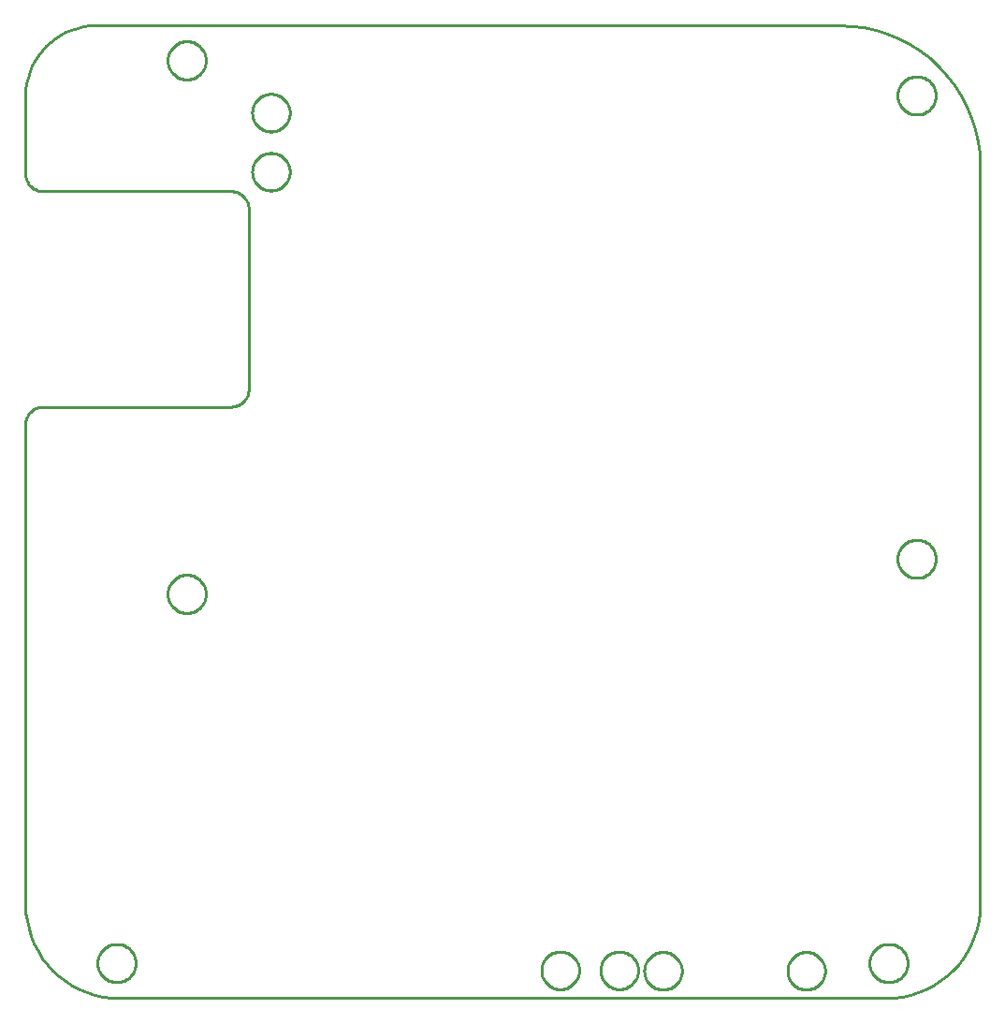
<source format=gbr>
G04 EAGLE Gerber RS-274X export*
G75*
%MOMM*%
%FSLAX34Y34*%
%LPD*%
%IN*%
%IPPOS*%
%AMOC8*
5,1,8,0,0,1.08239X$1,22.5*%
G01*
%ADD10C,0.254000*%


D10*
X2071Y98141D02*
X2395Y90733D01*
X3363Y83381D01*
X4968Y76142D01*
X7198Y69070D01*
X10035Y62219D01*
X13459Y55641D01*
X17444Y49387D01*
X21958Y43504D01*
X26967Y38037D01*
X32434Y33028D01*
X38317Y28513D01*
X44571Y24529D01*
X51149Y21105D01*
X58000Y18268D01*
X65072Y16038D01*
X72311Y14433D01*
X79663Y13465D01*
X87071Y13141D01*
X780671Y13141D01*
X788080Y13465D01*
X795432Y14433D01*
X802671Y16038D01*
X809743Y18268D01*
X816594Y21105D01*
X823171Y24529D01*
X829425Y28513D01*
X835308Y33028D01*
X840776Y38037D01*
X845785Y43504D01*
X850299Y49387D01*
X854284Y55641D01*
X857708Y62219D01*
X860545Y69070D01*
X862775Y76142D01*
X864380Y83381D01*
X865348Y90733D01*
X865671Y98141D01*
X865671Y766141D01*
X865188Y777210D01*
X863742Y788195D01*
X861344Y799011D01*
X858012Y809578D01*
X853773Y819814D01*
X848657Y829641D01*
X842704Y838986D01*
X835959Y847775D01*
X828474Y855944D01*
X820305Y863429D01*
X811516Y870174D01*
X802171Y876127D01*
X792344Y881243D01*
X782108Y885482D01*
X771541Y888814D01*
X760725Y891212D01*
X749740Y892658D01*
X738671Y893141D01*
X65571Y893141D01*
X60037Y892900D01*
X54545Y892177D01*
X49136Y890978D01*
X43853Y889312D01*
X38735Y887192D01*
X33821Y884634D01*
X29149Y881658D01*
X24754Y878285D01*
X20670Y874543D01*
X16928Y870458D01*
X13555Y866064D01*
X10579Y861391D01*
X8021Y856478D01*
X5901Y851360D01*
X4235Y846076D01*
X3036Y840668D01*
X2313Y835176D01*
X2071Y829641D01*
X2071Y759016D01*
X2132Y757633D01*
X2313Y756260D01*
X2612Y754908D01*
X3029Y753587D01*
X3559Y752307D01*
X4198Y751079D01*
X4942Y749911D01*
X5785Y748812D01*
X6721Y747791D01*
X7742Y746855D01*
X8841Y746012D01*
X10009Y745268D01*
X11237Y744629D01*
X12517Y744099D01*
X13838Y743682D01*
X15190Y743383D01*
X16563Y743202D01*
X17946Y743141D01*
X188196Y743141D01*
X189580Y743081D01*
X190953Y742900D01*
X192305Y742600D01*
X193626Y742184D01*
X194905Y741654D01*
X196134Y741015D01*
X197302Y740270D01*
X198401Y739427D01*
X199422Y738492D01*
X200357Y737471D01*
X201200Y736372D01*
X201945Y735204D01*
X202584Y733975D01*
X203114Y732696D01*
X203530Y731375D01*
X203830Y730023D01*
X204011Y728650D01*
X204071Y727266D01*
X204071Y564016D01*
X204011Y562633D01*
X203830Y561260D01*
X203530Y559908D01*
X203114Y558587D01*
X202584Y557307D01*
X201945Y556079D01*
X201200Y554911D01*
X200357Y553812D01*
X199422Y552791D01*
X198401Y551855D01*
X197302Y551012D01*
X196134Y550268D01*
X194905Y549629D01*
X193626Y549099D01*
X192305Y548682D01*
X190953Y548383D01*
X189580Y548202D01*
X188196Y548141D01*
X17946Y548141D01*
X16563Y548081D01*
X15190Y547900D01*
X13838Y547600D01*
X12517Y547184D01*
X11237Y546654D01*
X10009Y546015D01*
X8841Y545270D01*
X7742Y544427D01*
X6721Y543492D01*
X5785Y542471D01*
X4942Y541372D01*
X4198Y540204D01*
X3559Y538975D01*
X3029Y537696D01*
X2612Y536375D01*
X2313Y535023D01*
X2132Y533650D01*
X2071Y532266D01*
X2071Y98141D01*
X165393Y860826D02*
X165393Y861957D01*
X165319Y863085D01*
X165172Y864206D01*
X164951Y865316D01*
X164659Y866408D01*
X164295Y867479D01*
X163862Y868524D01*
X163362Y869538D01*
X162797Y870517D01*
X162168Y871457D01*
X161480Y872355D01*
X160734Y873205D01*
X159935Y874004D01*
X159085Y874750D01*
X158187Y875438D01*
X157247Y876067D01*
X156268Y876632D01*
X155254Y877132D01*
X154209Y877565D01*
X153138Y877929D01*
X152046Y878221D01*
X150936Y878442D01*
X149815Y878589D01*
X148687Y878663D01*
X147556Y878663D01*
X146428Y878589D01*
X145306Y878442D01*
X144197Y878221D01*
X143105Y877929D01*
X142034Y877565D01*
X140989Y877132D01*
X139975Y876632D01*
X138996Y876067D01*
X138055Y875438D01*
X137158Y874750D01*
X136308Y874004D01*
X135508Y873205D01*
X134763Y872355D01*
X134074Y871457D01*
X133446Y870517D01*
X132881Y869538D01*
X132381Y868524D01*
X131948Y867479D01*
X131584Y866408D01*
X131292Y865316D01*
X131071Y864206D01*
X130923Y863085D01*
X130849Y861957D01*
X130849Y860826D01*
X130923Y859698D01*
X131071Y858576D01*
X131292Y857467D01*
X131584Y856375D01*
X131948Y855304D01*
X132381Y854259D01*
X132881Y853245D01*
X133446Y852266D01*
X134074Y851325D01*
X134763Y850428D01*
X135508Y849578D01*
X136308Y848778D01*
X137158Y848033D01*
X138055Y847344D01*
X138996Y846716D01*
X139975Y846151D01*
X140989Y845651D01*
X142034Y845218D01*
X143105Y844854D01*
X144197Y844562D01*
X145306Y844341D01*
X146428Y844193D01*
X147556Y844119D01*
X148687Y844119D01*
X149815Y844193D01*
X150936Y844341D01*
X152046Y844562D01*
X153138Y844854D01*
X154209Y845218D01*
X155254Y845651D01*
X156268Y846151D01*
X157247Y846716D01*
X158187Y847344D01*
X159085Y848033D01*
X159935Y848778D01*
X160734Y849578D01*
X161480Y850428D01*
X162168Y851325D01*
X162797Y852266D01*
X163362Y853245D01*
X163862Y854259D01*
X164295Y855304D01*
X164659Y856375D01*
X164951Y857467D01*
X165172Y858576D01*
X165319Y859698D01*
X165393Y860826D01*
X825793Y829076D02*
X825793Y830207D01*
X825719Y831335D01*
X825572Y832456D01*
X825351Y833566D01*
X825059Y834658D01*
X824695Y835729D01*
X824262Y836774D01*
X823762Y837788D01*
X823197Y838767D01*
X822568Y839707D01*
X821880Y840605D01*
X821134Y841455D01*
X820335Y842254D01*
X819485Y843000D01*
X818587Y843688D01*
X817647Y844317D01*
X816668Y844882D01*
X815654Y845382D01*
X814609Y845815D01*
X813538Y846179D01*
X812446Y846471D01*
X811336Y846692D01*
X810215Y846839D01*
X809087Y846913D01*
X807956Y846913D01*
X806828Y846839D01*
X805706Y846692D01*
X804597Y846471D01*
X803505Y846179D01*
X802434Y845815D01*
X801389Y845382D01*
X800375Y844882D01*
X799396Y844317D01*
X798455Y843688D01*
X797558Y843000D01*
X796708Y842254D01*
X795908Y841455D01*
X795163Y840605D01*
X794474Y839707D01*
X793846Y838767D01*
X793281Y837788D01*
X792781Y836774D01*
X792348Y835729D01*
X791984Y834658D01*
X791692Y833566D01*
X791471Y832456D01*
X791323Y831335D01*
X791249Y830207D01*
X791249Y829076D01*
X791323Y827948D01*
X791471Y826826D01*
X791692Y825717D01*
X791984Y824625D01*
X792348Y823554D01*
X792781Y822509D01*
X793281Y821495D01*
X793846Y820516D01*
X794474Y819575D01*
X795163Y818678D01*
X795908Y817828D01*
X796708Y817028D01*
X797558Y816283D01*
X798455Y815594D01*
X799396Y814966D01*
X800375Y814401D01*
X801389Y813901D01*
X802434Y813468D01*
X803505Y813104D01*
X804597Y812812D01*
X805706Y812591D01*
X806828Y812443D01*
X807956Y812369D01*
X809087Y812369D01*
X810215Y812443D01*
X811336Y812591D01*
X812446Y812812D01*
X813538Y813104D01*
X814609Y813468D01*
X815654Y813901D01*
X816668Y814401D01*
X817647Y814966D01*
X818587Y815594D01*
X819485Y816283D01*
X820335Y817028D01*
X821134Y817828D01*
X821880Y818678D01*
X822568Y819575D01*
X823197Y820516D01*
X823762Y821495D01*
X824262Y822509D01*
X824695Y823554D01*
X825059Y824625D01*
X825351Y825717D01*
X825572Y826826D01*
X825719Y827948D01*
X825793Y829076D01*
X825793Y409976D02*
X825793Y411107D01*
X825719Y412235D01*
X825572Y413356D01*
X825351Y414466D01*
X825059Y415558D01*
X824695Y416629D01*
X824262Y417674D01*
X823762Y418688D01*
X823197Y419667D01*
X822568Y420607D01*
X821880Y421505D01*
X821134Y422355D01*
X820335Y423154D01*
X819485Y423900D01*
X818587Y424588D01*
X817647Y425217D01*
X816668Y425782D01*
X815654Y426282D01*
X814609Y426715D01*
X813538Y427079D01*
X812446Y427371D01*
X811336Y427592D01*
X810215Y427739D01*
X809087Y427813D01*
X807956Y427813D01*
X806828Y427739D01*
X805706Y427592D01*
X804597Y427371D01*
X803505Y427079D01*
X802434Y426715D01*
X801389Y426282D01*
X800375Y425782D01*
X799396Y425217D01*
X798455Y424588D01*
X797558Y423900D01*
X796708Y423154D01*
X795908Y422355D01*
X795163Y421505D01*
X794474Y420607D01*
X793846Y419667D01*
X793281Y418688D01*
X792781Y417674D01*
X792348Y416629D01*
X791984Y415558D01*
X791692Y414466D01*
X791471Y413356D01*
X791323Y412235D01*
X791249Y411107D01*
X791249Y409976D01*
X791323Y408848D01*
X791471Y407726D01*
X791692Y406617D01*
X791984Y405525D01*
X792348Y404454D01*
X792781Y403409D01*
X793281Y402395D01*
X793846Y401416D01*
X794474Y400475D01*
X795163Y399578D01*
X795908Y398728D01*
X796708Y397928D01*
X797558Y397183D01*
X798455Y396494D01*
X799396Y395866D01*
X800375Y395301D01*
X801389Y394801D01*
X802434Y394368D01*
X803505Y394004D01*
X804597Y393712D01*
X805706Y393491D01*
X806828Y393343D01*
X807956Y393269D01*
X809087Y393269D01*
X810215Y393343D01*
X811336Y393491D01*
X812446Y393712D01*
X813538Y394004D01*
X814609Y394368D01*
X815654Y394801D01*
X816668Y395301D01*
X817647Y395866D01*
X818587Y396494D01*
X819485Y397183D01*
X820335Y397928D01*
X821134Y398728D01*
X821880Y399578D01*
X822568Y400475D01*
X823197Y401416D01*
X823762Y402395D01*
X824262Y403409D01*
X824695Y404454D01*
X825059Y405525D01*
X825351Y406617D01*
X825572Y407726D01*
X825719Y408848D01*
X825793Y409976D01*
X165393Y378226D02*
X165393Y379357D01*
X165319Y380485D01*
X165172Y381606D01*
X164951Y382716D01*
X164659Y383808D01*
X164295Y384879D01*
X163862Y385924D01*
X163362Y386938D01*
X162797Y387917D01*
X162168Y388857D01*
X161480Y389755D01*
X160734Y390605D01*
X159935Y391404D01*
X159085Y392150D01*
X158187Y392838D01*
X157247Y393467D01*
X156268Y394032D01*
X155254Y394532D01*
X154209Y394965D01*
X153138Y395329D01*
X152046Y395621D01*
X150936Y395842D01*
X149815Y395989D01*
X148687Y396063D01*
X147556Y396063D01*
X146428Y395989D01*
X145306Y395842D01*
X144197Y395621D01*
X143105Y395329D01*
X142034Y394965D01*
X140989Y394532D01*
X139975Y394032D01*
X138996Y393467D01*
X138055Y392838D01*
X137158Y392150D01*
X136308Y391404D01*
X135508Y390605D01*
X134763Y389755D01*
X134074Y388857D01*
X133446Y387917D01*
X132881Y386938D01*
X132381Y385924D01*
X131948Y384879D01*
X131584Y383808D01*
X131292Y382716D01*
X131071Y381606D01*
X130923Y380485D01*
X130849Y379357D01*
X130849Y378226D01*
X130923Y377098D01*
X131071Y375976D01*
X131292Y374867D01*
X131584Y373775D01*
X131948Y372704D01*
X132381Y371659D01*
X132881Y370645D01*
X133446Y369666D01*
X134074Y368725D01*
X134763Y367828D01*
X135508Y366978D01*
X136308Y366178D01*
X137158Y365433D01*
X138055Y364744D01*
X138996Y364116D01*
X139975Y363551D01*
X140989Y363051D01*
X142034Y362618D01*
X143105Y362254D01*
X144197Y361962D01*
X145306Y361741D01*
X146428Y361593D01*
X147556Y361519D01*
X148687Y361519D01*
X149815Y361593D01*
X150936Y361741D01*
X152046Y361962D01*
X153138Y362254D01*
X154209Y362618D01*
X155254Y363051D01*
X156268Y363551D01*
X157247Y364116D01*
X158187Y364744D01*
X159085Y365433D01*
X159935Y366178D01*
X160734Y366978D01*
X161480Y367828D01*
X162168Y368725D01*
X162797Y369666D01*
X163362Y370645D01*
X163862Y371659D01*
X164295Y372704D01*
X164659Y373775D01*
X164951Y374867D01*
X165172Y375976D01*
X165319Y377098D01*
X165393Y378226D01*
X101893Y44326D02*
X101893Y45457D01*
X101819Y46585D01*
X101672Y47706D01*
X101451Y48816D01*
X101159Y49908D01*
X100795Y50979D01*
X100362Y52024D01*
X99862Y53038D01*
X99297Y54017D01*
X98668Y54957D01*
X97980Y55855D01*
X97234Y56705D01*
X96435Y57504D01*
X95585Y58250D01*
X94687Y58938D01*
X93747Y59567D01*
X92768Y60132D01*
X91754Y60632D01*
X90709Y61065D01*
X89638Y61429D01*
X88546Y61721D01*
X87436Y61942D01*
X86315Y62089D01*
X85187Y62163D01*
X84056Y62163D01*
X82928Y62089D01*
X81806Y61942D01*
X80697Y61721D01*
X79605Y61429D01*
X78534Y61065D01*
X77489Y60632D01*
X76475Y60132D01*
X75496Y59567D01*
X74555Y58938D01*
X73658Y58250D01*
X72808Y57504D01*
X72008Y56705D01*
X71263Y55855D01*
X70574Y54957D01*
X69946Y54017D01*
X69381Y53038D01*
X68881Y52024D01*
X68448Y50979D01*
X68084Y49908D01*
X67792Y48816D01*
X67571Y47706D01*
X67423Y46585D01*
X67349Y45457D01*
X67349Y44326D01*
X67423Y43198D01*
X67571Y42076D01*
X67792Y40967D01*
X68084Y39875D01*
X68448Y38804D01*
X68881Y37759D01*
X69381Y36745D01*
X69946Y35766D01*
X70574Y34825D01*
X71263Y33928D01*
X72008Y33078D01*
X72808Y32278D01*
X73658Y31533D01*
X74555Y30844D01*
X75496Y30216D01*
X76475Y29651D01*
X77489Y29151D01*
X78534Y28718D01*
X79605Y28354D01*
X80697Y28062D01*
X81806Y27841D01*
X82928Y27693D01*
X84056Y27619D01*
X85187Y27619D01*
X86315Y27693D01*
X87436Y27841D01*
X88546Y28062D01*
X89638Y28354D01*
X90709Y28718D01*
X91754Y29151D01*
X92768Y29651D01*
X93747Y30216D01*
X94687Y30844D01*
X95585Y31533D01*
X96435Y32278D01*
X97234Y33078D01*
X97980Y33928D01*
X98668Y34825D01*
X99297Y35766D01*
X99862Y36745D01*
X100362Y37759D01*
X100795Y38804D01*
X101159Y39875D01*
X101451Y40967D01*
X101672Y42076D01*
X101819Y43198D01*
X101893Y44326D01*
X800393Y44326D02*
X800393Y45457D01*
X800319Y46585D01*
X800172Y47706D01*
X799951Y48816D01*
X799659Y49908D01*
X799295Y50979D01*
X798862Y52024D01*
X798362Y53038D01*
X797797Y54017D01*
X797168Y54957D01*
X796480Y55855D01*
X795734Y56705D01*
X794935Y57504D01*
X794085Y58250D01*
X793187Y58938D01*
X792247Y59567D01*
X791268Y60132D01*
X790254Y60632D01*
X789209Y61065D01*
X788138Y61429D01*
X787046Y61721D01*
X785936Y61942D01*
X784815Y62089D01*
X783687Y62163D01*
X782556Y62163D01*
X781428Y62089D01*
X780306Y61942D01*
X779197Y61721D01*
X778105Y61429D01*
X777034Y61065D01*
X775989Y60632D01*
X774975Y60132D01*
X773996Y59567D01*
X773055Y58938D01*
X772158Y58250D01*
X771308Y57504D01*
X770508Y56705D01*
X769763Y55855D01*
X769074Y54957D01*
X768446Y54017D01*
X767881Y53038D01*
X767381Y52024D01*
X766948Y50979D01*
X766584Y49908D01*
X766292Y48816D01*
X766071Y47706D01*
X765923Y46585D01*
X765849Y45457D01*
X765849Y44326D01*
X765923Y43198D01*
X766071Y42076D01*
X766292Y40967D01*
X766584Y39875D01*
X766948Y38804D01*
X767381Y37759D01*
X767881Y36745D01*
X768446Y35766D01*
X769074Y34825D01*
X769763Y33928D01*
X770508Y33078D01*
X771308Y32278D01*
X772158Y31533D01*
X773055Y30844D01*
X773996Y30216D01*
X774975Y29651D01*
X775989Y29151D01*
X777034Y28718D01*
X778105Y28354D01*
X779197Y28062D01*
X780306Y27841D01*
X781428Y27693D01*
X782556Y27619D01*
X783687Y27619D01*
X784815Y27693D01*
X785936Y27841D01*
X787046Y28062D01*
X788138Y28354D01*
X789209Y28718D01*
X790254Y29151D01*
X791268Y29651D01*
X792247Y30216D01*
X793187Y30844D01*
X794085Y31533D01*
X794935Y32278D01*
X795734Y33078D01*
X796480Y33928D01*
X797168Y34825D01*
X797797Y35766D01*
X798362Y36745D01*
X798862Y37759D01*
X799295Y38804D01*
X799659Y39875D01*
X799951Y40967D01*
X800172Y42076D01*
X800319Y43198D01*
X800393Y44326D01*
X725650Y37293D02*
X725577Y36183D01*
X725432Y35079D01*
X725215Y33988D01*
X724927Y32913D01*
X724569Y31859D01*
X724143Y30830D01*
X723651Y29832D01*
X723094Y28868D01*
X722476Y27943D01*
X721798Y27060D01*
X721064Y26223D01*
X720277Y25436D01*
X719440Y24702D01*
X718557Y24024D01*
X717632Y23406D01*
X716668Y22849D01*
X715670Y22357D01*
X714641Y21931D01*
X713587Y21573D01*
X712512Y21285D01*
X711421Y21068D01*
X710317Y20923D01*
X709207Y20850D01*
X708093Y20850D01*
X706983Y20923D01*
X705879Y21068D01*
X704788Y21285D01*
X703713Y21573D01*
X702659Y21931D01*
X701630Y22357D01*
X700632Y22849D01*
X699668Y23406D01*
X698743Y24024D01*
X697860Y24702D01*
X697023Y25436D01*
X696236Y26223D01*
X695502Y27060D01*
X694824Y27943D01*
X694206Y28868D01*
X693649Y29832D01*
X693157Y30830D01*
X692731Y31859D01*
X692373Y32913D01*
X692085Y33988D01*
X691868Y35079D01*
X691723Y36183D01*
X691650Y37293D01*
X691650Y38407D01*
X691723Y39517D01*
X691868Y40621D01*
X692085Y41712D01*
X692373Y42787D01*
X692731Y43841D01*
X693157Y44870D01*
X693649Y45868D01*
X694206Y46832D01*
X694824Y47757D01*
X695502Y48640D01*
X696236Y49477D01*
X697023Y50264D01*
X697860Y50998D01*
X698743Y51676D01*
X699668Y52294D01*
X700632Y52851D01*
X701630Y53343D01*
X702659Y53769D01*
X703713Y54127D01*
X704788Y54415D01*
X705879Y54632D01*
X706983Y54777D01*
X708093Y54850D01*
X709207Y54850D01*
X710317Y54777D01*
X711421Y54632D01*
X712512Y54415D01*
X713587Y54127D01*
X714641Y53769D01*
X715670Y53343D01*
X716668Y52851D01*
X717632Y52294D01*
X718557Y51676D01*
X719440Y50998D01*
X720277Y50264D01*
X721064Y49477D01*
X721798Y48640D01*
X722476Y47757D01*
X723094Y46832D01*
X723651Y45868D01*
X724143Y44870D01*
X724569Y43841D01*
X724927Y42787D01*
X725215Y41712D01*
X725432Y40621D01*
X725577Y39517D01*
X725650Y38407D01*
X725650Y37293D01*
X596050Y37293D02*
X595977Y36183D01*
X595832Y35079D01*
X595615Y33988D01*
X595327Y32913D01*
X594969Y31859D01*
X594543Y30830D01*
X594051Y29832D01*
X593494Y28868D01*
X592876Y27943D01*
X592198Y27060D01*
X591464Y26223D01*
X590677Y25436D01*
X589840Y24702D01*
X588957Y24024D01*
X588032Y23406D01*
X587068Y22849D01*
X586070Y22357D01*
X585041Y21931D01*
X583987Y21573D01*
X582912Y21285D01*
X581821Y21068D01*
X580717Y20923D01*
X579607Y20850D01*
X578493Y20850D01*
X577383Y20923D01*
X576279Y21068D01*
X575188Y21285D01*
X574113Y21573D01*
X573059Y21931D01*
X572030Y22357D01*
X571032Y22849D01*
X570068Y23406D01*
X569143Y24024D01*
X568260Y24702D01*
X567423Y25436D01*
X566636Y26223D01*
X565902Y27060D01*
X565224Y27943D01*
X564606Y28868D01*
X564049Y29832D01*
X563557Y30830D01*
X563131Y31859D01*
X562773Y32913D01*
X562485Y33988D01*
X562268Y35079D01*
X562123Y36183D01*
X562050Y37293D01*
X562050Y38407D01*
X562123Y39517D01*
X562268Y40621D01*
X562485Y41712D01*
X562773Y42787D01*
X563131Y43841D01*
X563557Y44870D01*
X564049Y45868D01*
X564606Y46832D01*
X565224Y47757D01*
X565902Y48640D01*
X566636Y49477D01*
X567423Y50264D01*
X568260Y50998D01*
X569143Y51676D01*
X570068Y52294D01*
X571032Y52851D01*
X572030Y53343D01*
X573059Y53769D01*
X574113Y54127D01*
X575188Y54415D01*
X576279Y54632D01*
X577383Y54777D01*
X578493Y54850D01*
X579607Y54850D01*
X580717Y54777D01*
X581821Y54632D01*
X582912Y54415D01*
X583987Y54127D01*
X585041Y53769D01*
X586070Y53343D01*
X587068Y52851D01*
X588032Y52294D01*
X588957Y51676D01*
X589840Y50998D01*
X590677Y50264D01*
X591464Y49477D01*
X592198Y48640D01*
X592876Y47757D01*
X593494Y46832D01*
X594051Y45868D01*
X594543Y44870D01*
X594969Y43841D01*
X595327Y42787D01*
X595615Y41712D01*
X595832Y40621D01*
X595977Y39517D01*
X596050Y38407D01*
X596050Y37293D01*
X556458Y37723D02*
X556385Y36613D01*
X556240Y35509D01*
X556023Y34418D01*
X555735Y33343D01*
X555377Y32289D01*
X554951Y31260D01*
X554459Y30262D01*
X553902Y29298D01*
X553284Y28373D01*
X552606Y27490D01*
X551872Y26653D01*
X551085Y25866D01*
X550248Y25132D01*
X549365Y24454D01*
X548440Y23836D01*
X547476Y23279D01*
X546478Y22787D01*
X545449Y22361D01*
X544395Y22003D01*
X543320Y21715D01*
X542229Y21498D01*
X541125Y21353D01*
X540015Y21280D01*
X538901Y21280D01*
X537791Y21353D01*
X536687Y21498D01*
X535596Y21715D01*
X534521Y22003D01*
X533467Y22361D01*
X532438Y22787D01*
X531440Y23279D01*
X530476Y23836D01*
X529551Y24454D01*
X528668Y25132D01*
X527831Y25866D01*
X527044Y26653D01*
X526310Y27490D01*
X525632Y28373D01*
X525014Y29298D01*
X524457Y30262D01*
X523965Y31260D01*
X523539Y32289D01*
X523181Y33343D01*
X522893Y34418D01*
X522676Y35509D01*
X522531Y36613D01*
X522458Y37723D01*
X522458Y38837D01*
X522531Y39947D01*
X522676Y41051D01*
X522893Y42142D01*
X523181Y43217D01*
X523539Y44271D01*
X523965Y45300D01*
X524457Y46298D01*
X525014Y47262D01*
X525632Y48187D01*
X526310Y49070D01*
X527044Y49907D01*
X527831Y50694D01*
X528668Y51428D01*
X529551Y52106D01*
X530476Y52724D01*
X531440Y53281D01*
X532438Y53773D01*
X533467Y54199D01*
X534521Y54557D01*
X535596Y54845D01*
X536687Y55062D01*
X537791Y55207D01*
X538901Y55280D01*
X540015Y55280D01*
X541125Y55207D01*
X542229Y55062D01*
X543320Y54845D01*
X544395Y54557D01*
X545449Y54199D01*
X546478Y53773D01*
X547476Y53281D01*
X548440Y52724D01*
X549365Y52106D01*
X550248Y51428D01*
X551085Y50694D01*
X551872Y49907D01*
X552606Y49070D01*
X553284Y48187D01*
X553902Y47262D01*
X554459Y46298D01*
X554951Y45300D01*
X555377Y44271D01*
X555735Y43217D01*
X556023Y42142D01*
X556240Y41051D01*
X556385Y39947D01*
X556458Y38837D01*
X556458Y37723D01*
X503058Y37723D02*
X502985Y36613D01*
X502840Y35509D01*
X502623Y34418D01*
X502335Y33343D01*
X501977Y32289D01*
X501551Y31260D01*
X501059Y30262D01*
X500502Y29298D01*
X499884Y28373D01*
X499206Y27490D01*
X498472Y26653D01*
X497685Y25866D01*
X496848Y25132D01*
X495965Y24454D01*
X495040Y23836D01*
X494076Y23279D01*
X493078Y22787D01*
X492049Y22361D01*
X490995Y22003D01*
X489920Y21715D01*
X488829Y21498D01*
X487725Y21353D01*
X486615Y21280D01*
X485501Y21280D01*
X484391Y21353D01*
X483287Y21498D01*
X482196Y21715D01*
X481121Y22003D01*
X480067Y22361D01*
X479038Y22787D01*
X478040Y23279D01*
X477076Y23836D01*
X476151Y24454D01*
X475268Y25132D01*
X474431Y25866D01*
X473644Y26653D01*
X472910Y27490D01*
X472232Y28373D01*
X471614Y29298D01*
X471057Y30262D01*
X470565Y31260D01*
X470139Y32289D01*
X469781Y33343D01*
X469493Y34418D01*
X469276Y35509D01*
X469131Y36613D01*
X469058Y37723D01*
X469058Y38837D01*
X469131Y39947D01*
X469276Y41051D01*
X469493Y42142D01*
X469781Y43217D01*
X470139Y44271D01*
X470565Y45300D01*
X471057Y46298D01*
X471614Y47262D01*
X472232Y48187D01*
X472910Y49070D01*
X473644Y49907D01*
X474431Y50694D01*
X475268Y51428D01*
X476151Y52106D01*
X477076Y52724D01*
X478040Y53281D01*
X479038Y53773D01*
X480067Y54199D01*
X481121Y54557D01*
X482196Y54845D01*
X483287Y55062D01*
X484391Y55207D01*
X485501Y55280D01*
X486615Y55280D01*
X487725Y55207D01*
X488829Y55062D01*
X489920Y54845D01*
X490995Y54557D01*
X492049Y54199D01*
X493078Y53773D01*
X494076Y53281D01*
X495040Y52724D01*
X495965Y52106D01*
X496848Y51428D01*
X497685Y50694D01*
X498472Y49907D01*
X499206Y49070D01*
X499884Y48187D01*
X500502Y47262D01*
X501059Y46298D01*
X501551Y45300D01*
X501977Y44271D01*
X502335Y43217D01*
X502623Y42142D01*
X502840Y41051D01*
X502985Y39947D01*
X503058Y38837D01*
X503058Y37723D01*
X223707Y743692D02*
X222597Y743765D01*
X221493Y743910D01*
X220402Y744127D01*
X219327Y744415D01*
X218273Y744773D01*
X217244Y745199D01*
X216246Y745691D01*
X215282Y746248D01*
X214357Y746866D01*
X213474Y747544D01*
X212637Y748278D01*
X211850Y749065D01*
X211116Y749902D01*
X210438Y750785D01*
X209820Y751710D01*
X209263Y752674D01*
X208771Y753672D01*
X208345Y754701D01*
X207987Y755755D01*
X207699Y756830D01*
X207482Y757921D01*
X207337Y759025D01*
X207264Y760135D01*
X207264Y761249D01*
X207337Y762359D01*
X207482Y763463D01*
X207699Y764554D01*
X207987Y765629D01*
X208345Y766683D01*
X208771Y767712D01*
X209263Y768710D01*
X209820Y769674D01*
X210438Y770599D01*
X211116Y771482D01*
X211850Y772319D01*
X212637Y773106D01*
X213474Y773840D01*
X214357Y774518D01*
X215282Y775136D01*
X216246Y775693D01*
X217244Y776185D01*
X218273Y776611D01*
X219327Y776969D01*
X220402Y777257D01*
X221493Y777474D01*
X222597Y777619D01*
X223707Y777692D01*
X224821Y777692D01*
X225931Y777619D01*
X227035Y777474D01*
X228126Y777257D01*
X229201Y776969D01*
X230255Y776611D01*
X231284Y776185D01*
X232282Y775693D01*
X233246Y775136D01*
X234171Y774518D01*
X235054Y773840D01*
X235891Y773106D01*
X236678Y772319D01*
X237412Y771482D01*
X238090Y770599D01*
X238708Y769674D01*
X239265Y768710D01*
X239757Y767712D01*
X240183Y766683D01*
X240541Y765629D01*
X240829Y764554D01*
X241046Y763463D01*
X241191Y762359D01*
X241264Y761249D01*
X241264Y760135D01*
X241191Y759025D01*
X241046Y757921D01*
X240829Y756830D01*
X240541Y755755D01*
X240183Y754701D01*
X239757Y753672D01*
X239265Y752674D01*
X238708Y751710D01*
X238090Y750785D01*
X237412Y749902D01*
X236678Y749065D01*
X235891Y748278D01*
X235054Y747544D01*
X234171Y746866D01*
X233246Y746248D01*
X232282Y745691D01*
X231284Y745199D01*
X230255Y744773D01*
X229201Y744415D01*
X228126Y744127D01*
X227035Y743910D01*
X225931Y743765D01*
X224821Y743692D01*
X223707Y743692D01*
X223707Y797092D02*
X222597Y797165D01*
X221493Y797310D01*
X220402Y797527D01*
X219327Y797815D01*
X218273Y798173D01*
X217244Y798599D01*
X216246Y799091D01*
X215282Y799648D01*
X214357Y800266D01*
X213474Y800944D01*
X212637Y801678D01*
X211850Y802465D01*
X211116Y803302D01*
X210438Y804185D01*
X209820Y805110D01*
X209263Y806074D01*
X208771Y807072D01*
X208345Y808101D01*
X207987Y809155D01*
X207699Y810230D01*
X207482Y811321D01*
X207337Y812425D01*
X207264Y813535D01*
X207264Y814649D01*
X207337Y815759D01*
X207482Y816863D01*
X207699Y817954D01*
X207987Y819029D01*
X208345Y820083D01*
X208771Y821112D01*
X209263Y822110D01*
X209820Y823074D01*
X210438Y823999D01*
X211116Y824882D01*
X211850Y825719D01*
X212637Y826506D01*
X213474Y827240D01*
X214357Y827918D01*
X215282Y828536D01*
X216246Y829093D01*
X217244Y829585D01*
X218273Y830011D01*
X219327Y830369D01*
X220402Y830657D01*
X221493Y830874D01*
X222597Y831019D01*
X223707Y831092D01*
X224821Y831092D01*
X225931Y831019D01*
X227035Y830874D01*
X228126Y830657D01*
X229201Y830369D01*
X230255Y830011D01*
X231284Y829585D01*
X232282Y829093D01*
X233246Y828536D01*
X234171Y827918D01*
X235054Y827240D01*
X235891Y826506D01*
X236678Y825719D01*
X237412Y824882D01*
X238090Y823999D01*
X238708Y823074D01*
X239265Y822110D01*
X239757Y821112D01*
X240183Y820083D01*
X240541Y819029D01*
X240829Y817954D01*
X241046Y816863D01*
X241191Y815759D01*
X241264Y814649D01*
X241264Y813535D01*
X241191Y812425D01*
X241046Y811321D01*
X240829Y810230D01*
X240541Y809155D01*
X240183Y808101D01*
X239757Y807072D01*
X239265Y806074D01*
X238708Y805110D01*
X238090Y804185D01*
X237412Y803302D01*
X236678Y802465D01*
X235891Y801678D01*
X235054Y800944D01*
X234171Y800266D01*
X233246Y799648D01*
X232282Y799091D01*
X231284Y798599D01*
X230255Y798173D01*
X229201Y797815D01*
X228126Y797527D01*
X227035Y797310D01*
X225931Y797165D01*
X224821Y797092D01*
X223707Y797092D01*
M02*

</source>
